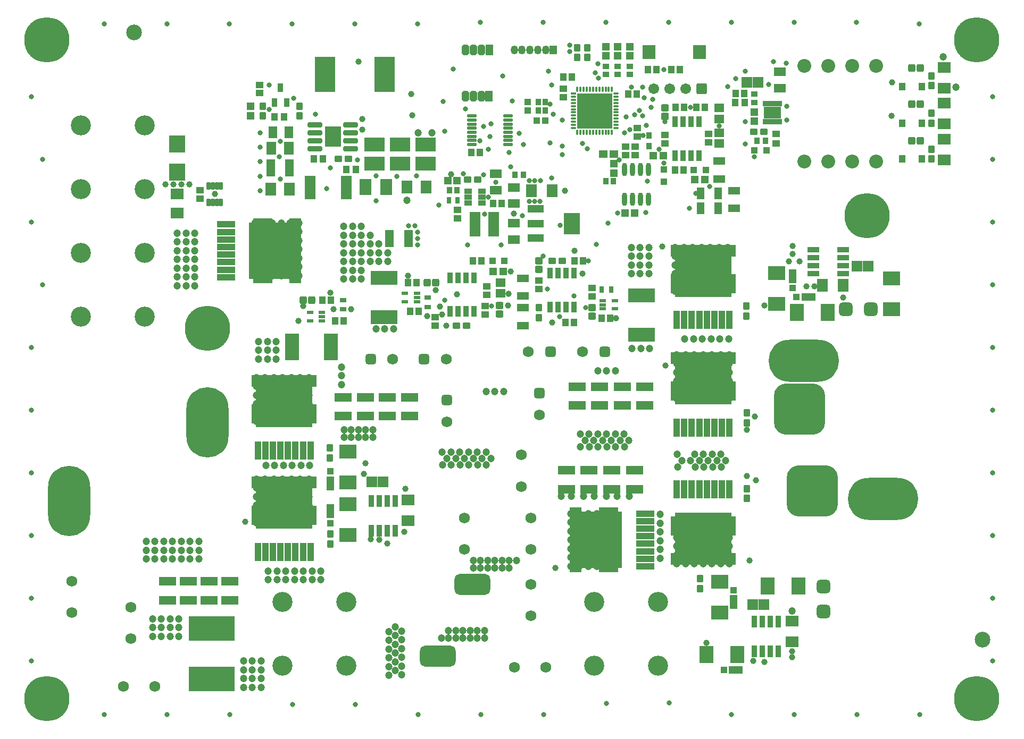
<source format=gts>
G04*
G04 #@! TF.GenerationSoftware,Altium Limited,CircuitMaker,2.2.1 (2.2.1.6)*
G04*
G04 Layer_Color=20142*
%FSLAX44Y44*%
%MOMM*%
G71*
G04*
G04 #@! TF.SameCoordinates,19C9E3CA-E082-4F8C-9F67-3D0F94DA41C6*
G04*
G04*
G04 #@! TF.FilePolarity,Negative*
G04*
G01*
G75*
%ADD107C,1.0000*%
%ADD113R,3.1000X10.4000*%
%ADD114R,1.8500X10.4000*%
%ADD115R,10.4000X3.1000*%
%ADD116R,10.4000X1.8500*%
%ADD117C,2.5000*%
G04:AMPARAMS|DCode=118|XSize=5.7032mm|YSize=3.4032mm|CornerRadius=0.9016mm|HoleSize=0mm|Usage=FLASHONLY|Rotation=0.000|XOffset=0mm|YOffset=0mm|HoleType=Round|Shape=RoundedRectangle|*
%AMROUNDEDRECTD118*
21,1,5.7032,1.6000,0,0,0.0*
21,1,3.9000,3.4032,0,0,0.0*
1,1,1.8032,1.9500,-0.8000*
1,1,1.8032,-1.9500,-0.8000*
1,1,1.8032,-1.9500,0.8000*
1,1,1.8032,1.9500,0.8000*
%
%ADD118ROUNDEDRECTD118*%
%ADD119R,1.1032X1.1032*%
%ADD120R,1.2032X1.1532*%
%ADD121R,1.0032X1.2032*%
G04:AMPARAMS|DCode=122|XSize=1.1684mm|YSize=0.9906mm|CornerRadius=0.1803mm|HoleSize=0mm|Usage=FLASHONLY|Rotation=90.000|XOffset=0mm|YOffset=0mm|HoleType=Round|Shape=RoundedRectangle|*
%AMROUNDEDRECTD122*
21,1,1.1684,0.6299,0,0,90.0*
21,1,0.8077,0.9906,0,0,90.0*
1,1,0.3607,0.3150,0.4039*
1,1,0.3607,0.3150,-0.4039*
1,1,0.3607,-0.3150,-0.4039*
1,1,0.3607,-0.3150,0.4039*
%
%ADD122ROUNDEDRECTD122*%
%ADD123R,1.1532X1.2032*%
%ADD124R,1.2532X1.1032*%
%ADD125R,0.9032X1.4032*%
G04:AMPARAMS|DCode=126|XSize=0.8032mm|YSize=2.4032mm|CornerRadius=0.2516mm|HoleSize=0mm|Usage=FLASHONLY|Rotation=90.000|XOffset=0mm|YOffset=0mm|HoleType=Round|Shape=RoundedRectangle|*
%AMROUNDEDRECTD126*
21,1,0.8032,1.9000,0,0,90.0*
21,1,0.3000,2.4032,0,0,90.0*
1,1,0.5032,0.9500,0.1500*
1,1,0.5032,0.9500,-0.1500*
1,1,0.5032,-0.9500,-0.1500*
1,1,0.5032,-0.9500,0.1500*
%
%ADD126ROUNDEDRECTD126*%
%ADD127R,2.6032X3.3032*%
%ADD128R,3.2032X5.7032*%
%ADD129R,1.8532X2.5032*%
%ADD130R,1.7032X2.1032*%
%ADD131R,3.2004X2.2860*%
%ADD132R,1.1032X1.3032*%
G04:AMPARAMS|DCode=133|XSize=1.1684mm|YSize=0.9906mm|CornerRadius=0.1803mm|HoleSize=0mm|Usage=FLASHONLY|Rotation=0.000|XOffset=0mm|YOffset=0mm|HoleType=Round|Shape=RoundedRectangle|*
%AMROUNDEDRECTD133*
21,1,1.1684,0.6299,0,0,0.0*
21,1,0.8077,0.9906,0,0,0.0*
1,1,0.3607,0.4039,-0.3150*
1,1,0.3607,-0.4039,-0.3150*
1,1,0.3607,-0.4039,0.3150*
1,1,0.3607,0.4039,0.3150*
%
%ADD133ROUNDEDRECTD133*%
%ADD134R,1.3532X1.9032*%
%ADD135R,1.5032X2.0032*%
%ADD136R,1.4032X2.7032*%
%ADD137R,1.8032X3.7532*%
G04:AMPARAMS|DCode=138|XSize=0.6532mm|YSize=1.2532mm|CornerRadius=0.1241mm|HoleSize=0mm|Usage=FLASHONLY|Rotation=0.000|XOffset=0mm|YOffset=0mm|HoleType=Round|Shape=RoundedRectangle|*
%AMROUNDEDRECTD138*
21,1,0.6532,1.0050,0,0,0.0*
21,1,0.4050,1.2532,0,0,0.0*
1,1,0.2482,0.2025,-0.5025*
1,1,0.2482,-0.2025,-0.5025*
1,1,0.2482,-0.2025,0.5025*
1,1,0.2482,0.2025,0.5025*
%
%ADD138ROUNDEDRECTD138*%
%ADD139R,1.2032X1.1032*%
%ADD140R,2.5032X2.7032*%
G04:AMPARAMS|DCode=141|XSize=1.2532mm|YSize=1.1032mm|CornerRadius=0.1916mm|HoleSize=0mm|Usage=FLASHONLY|Rotation=180.000|XOffset=0mm|YOffset=0mm|HoleType=Round|Shape=RoundedRectangle|*
%AMROUNDEDRECTD141*
21,1,1.2532,0.7200,0,0,180.0*
21,1,0.8700,1.1032,0,0,180.0*
1,1,0.3832,-0.4350,0.3600*
1,1,0.3832,0.4350,0.3600*
1,1,0.3832,0.4350,-0.3600*
1,1,0.3832,-0.4350,-0.3600*
%
%ADD141ROUNDEDRECTD141*%
%ADD142R,1.1032X1.2032*%
%ADD143R,0.8032X1.1032*%
%ADD144R,1.0532X0.6032*%
%ADD145R,0.8128X1.7526*%
%ADD146R,1.9032X1.2532*%
%ADD147R,1.5532X1.4032*%
%ADD148R,1.1032X1.2532*%
%ADD149R,1.1032X0.8032*%
G04:AMPARAMS|DCode=150|XSize=1.2532mm|YSize=1.1032mm|CornerRadius=0.1916mm|HoleSize=0mm|Usage=FLASHONLY|Rotation=90.000|XOffset=0mm|YOffset=0mm|HoleType=Round|Shape=RoundedRectangle|*
%AMROUNDEDRECTD150*
21,1,1.2532,0.7200,0,0,90.0*
21,1,0.8700,1.1032,0,0,90.0*
1,1,0.3832,0.3600,0.4350*
1,1,0.3832,0.3600,-0.4350*
1,1,0.3832,-0.3600,-0.4350*
1,1,0.3832,-0.3600,0.4350*
%
%ADD150ROUNDEDRECTD150*%
%ADD151R,0.9532X1.0532*%
%ADD152R,0.9032X1.0032*%
%ADD153R,1.0532X1.1032*%
%ADD154R,1.1032X1.0532*%
%ADD155R,1.2532X1.1532*%
%ADD156R,1.1032X0.9032*%
%ADD157R,0.9032X1.1032*%
%ADD158R,1.9532X1.4032*%
%ADD159R,1.2032X0.9032*%
%ADD160R,1.1532X1.2532*%
%ADD161R,0.8032X1.0032*%
%ADD162R,1.8032X3.9032*%
%ADD163R,2.6032X1.2032*%
%ADD164R,2.6032X3.5032*%
%ADD165R,0.9032X1.0532*%
%ADD166R,1.1532X1.0532*%
%ADD167O,0.8032X2.1032*%
%ADD168R,1.2032X1.2532*%
%ADD169R,1.2532X1.2032*%
%ADD170R,1.1032X1.1032*%
%ADD171R,1.2532X1.9032*%
%ADD172R,2.1032X2.2032*%
%ADD173R,1.3032X1.1032*%
%ADD174R,2.7032X1.9032*%
%ADD175R,0.5032X0.8532*%
%ADD176R,1.7032X1.7532*%
%ADD177R,4.2032X2.3032*%
%ADD178R,2.3032X4.2032*%
%ADD179R,2.7032X1.4032*%
%ADD180R,2.8032X2.3032*%
%ADD181R,2.1032X1.7032*%
%ADD182R,0.9232X1.9832*%
%ADD183R,1.0032X1.0032*%
%ADD184R,1.3032X2.2032*%
%ADD185R,7.4032X3.9032*%
%ADD186R,2.3032X2.8032*%
%ADD187R,2.2032X1.3032*%
%ADD188R,1.0032X1.0032*%
G04:AMPARAMS|DCode=189|XSize=2.2032mm|YSize=2.2032mm|CornerRadius=0.6016mm|HoleSize=0mm|Usage=FLASHONLY|Rotation=180.000|XOffset=0mm|YOffset=0mm|HoleType=Round|Shape=RoundedRectangle|*
%AMROUNDEDRECTD189*
21,1,2.2032,1.0000,0,0,180.0*
21,1,1.0000,2.2032,0,0,180.0*
1,1,1.2032,-0.5000,0.5000*
1,1,1.2032,0.5000,0.5000*
1,1,1.2032,0.5000,-0.5000*
1,1,1.2032,-0.5000,-0.5000*
%
%ADD189ROUNDEDRECTD189*%
%ADD190R,1.9832X0.9232*%
G04:AMPARAMS|DCode=191|XSize=2.2032mm|YSize=2.2032mm|CornerRadius=0.6016mm|HoleSize=0mm|Usage=FLASHONLY|Rotation=90.000|XOffset=0mm|YOffset=0mm|HoleType=Round|Shape=RoundedRectangle|*
%AMROUNDEDRECTD191*
21,1,2.2032,1.0000,0,0,90.0*
21,1,1.0000,2.2032,0,0,90.0*
1,1,1.2032,0.5000,0.5000*
1,1,1.2032,0.5000,-0.5000*
1,1,1.2032,-0.5000,-0.5000*
1,1,1.2032,-0.5000,0.5000*
%
%ADD191ROUNDEDRECTD191*%
%ADD192R,1.1032X1.1532*%
%ADD193R,1.4532X1.3032*%
%ADD194O,0.9000X0.3500*%
%ADD195O,0.3500X0.9000*%
%ADD196R,0.9000X0.3500*%
%ADD197R,5.7000X5.7000*%
%ADD198R,3.0000X1.0000*%
%ADD199R,8.3000X9.1000*%
%ADD200R,1.0000X3.0000*%
%ADD201R,9.1000X8.3000*%
G04:AMPARAMS|DCode=202|XSize=0.46mm|YSize=1.56mm|CornerRadius=0.13mm|HoleSize=0mm|Usage=FLASHONLY|Rotation=270.000|XOffset=0mm|YOffset=0mm|HoleType=Round|Shape=RoundedRectangle|*
%AMROUNDEDRECTD202*
21,1,0.4600,1.3000,0,0,270.0*
21,1,0.2000,1.5600,0,0,270.0*
1,1,0.2600,-0.6500,-0.1000*
1,1,0.2600,-0.6500,0.1000*
1,1,0.2600,0.6500,0.1000*
1,1,0.2600,0.6500,-0.1000*
%
%ADD202ROUNDEDRECTD202*%
G04:AMPARAMS|DCode=203|XSize=1.7272mm|YSize=1.7272mm|CornerRadius=0.4826mm|HoleSize=0mm|Usage=FLASHONLY|Rotation=180.000|XOffset=0mm|YOffset=0mm|HoleType=Round|Shape=RoundedRectangle|*
%AMROUNDEDRECTD203*
21,1,1.7272,0.7620,0,0,180.0*
21,1,0.7620,1.7272,0,0,180.0*
1,1,0.9652,-0.3810,0.3810*
1,1,0.9652,0.3810,0.3810*
1,1,0.9652,0.3810,-0.3810*
1,1,0.9652,-0.3810,-0.3810*
%
%ADD203ROUNDEDRECTD203*%
%ADD204C,1.7272*%
G04:AMPARAMS|DCode=205|XSize=1.7272mm|YSize=1.7272mm|CornerRadius=0.4826mm|HoleSize=0mm|Usage=FLASHONLY|Rotation=270.000|XOffset=0mm|YOffset=0mm|HoleType=Round|Shape=RoundedRectangle|*
%AMROUNDEDRECTD205*
21,1,1.7272,0.7620,0,0,270.0*
21,1,0.7620,1.7272,0,0,270.0*
1,1,0.9652,-0.3810,-0.3810*
1,1,0.9652,-0.3810,0.3810*
1,1,0.9652,0.3810,0.3810*
1,1,0.9652,0.3810,-0.3810*
%
%ADD205ROUNDEDRECTD205*%
%ADD206C,2.2032*%
%ADD207R,1.1532X1.7032*%
G04:AMPARAMS|DCode=208|XSize=1.7032mm|YSize=1.1532mm|CornerRadius=0mm|HoleSize=0mm|Usage=FLASHONLY|Rotation=270.000|XOffset=0mm|YOffset=0mm|HoleType=Round|Shape=Octagon|*
%AMOCTAGOND208*
4,1,8,-0.2883,-0.8516,0.2883,-0.8516,0.5766,-0.5633,0.5766,0.5633,0.2883,0.8516,-0.2883,0.8516,-0.5766,0.5633,-0.5766,-0.5633,-0.2883,-0.8516,0.0*
%
%ADD208OCTAGOND208*%

%ADD209O,1.1532X1.4032*%
%ADD210R,1.1532X1.4032*%
%ADD211C,3.2032*%
%ADD212C,7.2032*%
G04:AMPARAMS|DCode=213|XSize=8.2032mm|YSize=8.2032mm|CornerRadius=2.1016mm|HoleSize=0mm|Usage=FLASHONLY|Rotation=270.000|XOffset=0mm|YOffset=0mm|HoleType=Round|Shape=RoundedRectangle|*
%AMROUNDEDRECTD213*
21,1,8.2032,4.0000,0,0,270.0*
21,1,4.0000,8.2032,0,0,270.0*
1,1,4.2032,-2.0000,-2.0000*
1,1,4.2032,-2.0000,2.0000*
1,1,4.2032,2.0000,2.0000*
1,1,4.2032,2.0000,-2.0000*
%
%ADD213ROUNDEDRECTD213*%
%ADD214O,11.2032X6.7032*%
%ADD215O,6.7032X11.2032*%
%ADD216C,1.7032*%
G04:AMPARAMS|DCode=217|XSize=1.7032mm|YSize=1.7032mm|CornerRadius=0.2516mm|HoleSize=0mm|Usage=FLASHONLY|Rotation=180.000|XOffset=0mm|YOffset=0mm|HoleType=Round|Shape=RoundedRectangle|*
%AMROUNDEDRECTD217*
21,1,1.7032,1.2000,0,0,180.0*
21,1,1.2000,1.7032,0,0,180.0*
1,1,0.5032,-0.6000,0.6000*
1,1,0.5032,0.6000,0.6000*
1,1,0.5032,0.6000,-0.6000*
1,1,0.5032,-0.6000,-0.6000*
%
%ADD217ROUNDEDRECTD217*%
%ADD218C,0.7032*%
%ADD219C,0.8032*%
%ADD220C,1.0032*%
%ADD221C,1.2032*%
D107*
X410210Y562610D02*
D03*
X720090Y905510D02*
D03*
X730250Y875030D02*
D03*
X551330Y900476D02*
D03*
X934720Y994410D02*
D03*
X899160Y880110D02*
D03*
X495300Y882650D02*
D03*
X947420Y957580D02*
D03*
X904240Y488950D02*
D03*
X1074420Y1000760D02*
D03*
X1212850Y500380D02*
D03*
X1079500Y811530D02*
D03*
D113*
X438030Y993930D02*
D03*
X988510Y533180D02*
D03*
D114*
X490269Y993924D02*
D03*
X936251Y533164D02*
D03*
D115*
X472440Y572650D02*
D03*
X472440Y734380D02*
D03*
X1139190Y770440D02*
D03*
X1139190Y941890D02*
D03*
Y555440D02*
D03*
D116*
X472448Y624891D02*
D03*
X472447Y786620D02*
D03*
X1139189Y822697D02*
D03*
X1139219Y994138D02*
D03*
X1139182Y503196D02*
D03*
D117*
X1583690Y374650D02*
D03*
X233680Y1342390D02*
D03*
D118*
X772160Y462280D02*
D03*
X716660Y348280D02*
D03*
D119*
X803910Y977900D02*
D03*
X822910D02*
D03*
X1124610Y1122680D02*
D03*
X1143610D02*
D03*
X1240130Y1154430D02*
D03*
X1221130D02*
D03*
D120*
X804800Y961390D02*
D03*
X820800D02*
D03*
X1126110Y1107440D02*
D03*
X1142110D02*
D03*
X1060070Y1145540D02*
D03*
X1076070D02*
D03*
D121*
X457320Y1207770D02*
D03*
X472320D02*
D03*
X534050Y1140460D02*
D03*
X520050D02*
D03*
D122*
X438150Y1208659D02*
D03*
Y1224661D02*
D03*
X496570D02*
D03*
Y1208659D02*
D03*
X877570Y903351D02*
D03*
Y887349D02*
D03*
X938410Y1301839D02*
D03*
Y1317841D02*
D03*
X954920D02*
D03*
Y1301839D02*
D03*
X546100Y542671D02*
D03*
Y526669D02*
D03*
X544830Y679831D02*
D03*
Y663829D02*
D03*
X1134110Y455549D02*
D03*
Y471551D02*
D03*
X1209040Y599059D02*
D03*
Y615061D02*
D03*
Y719709D02*
D03*
Y735711D02*
D03*
X1207770Y889889D02*
D03*
Y905891D02*
D03*
X1502410Y1197610D02*
D03*
Y1213612D02*
D03*
Y1140079D02*
D03*
Y1156081D02*
D03*
Y1256919D02*
D03*
Y1272921D02*
D03*
D123*
X419100Y1208660D02*
D03*
Y1224660D02*
D03*
D124*
X433070Y1245070D02*
D03*
Y1258570D02*
D03*
X962430Y935120D02*
D03*
Y921620D02*
D03*
X1078230Y1178960D02*
D03*
Y1165460D02*
D03*
D125*
X457250Y1230630D02*
D03*
X476250D02*
D03*
X466750Y1253630D02*
D03*
D126*
X578410Y1156970D02*
D03*
Y1169670D02*
D03*
Y1182370D02*
D03*
Y1195070D02*
D03*
X521410Y1156970D02*
D03*
Y1169670D02*
D03*
Y1182370D02*
D03*
Y1195070D02*
D03*
D127*
X549910Y1176020D02*
D03*
D128*
X632210Y1275080D02*
D03*
X537210D02*
D03*
D129*
X601990Y1096010D02*
D03*
X634990D02*
D03*
D130*
X668020D02*
D03*
X698020D02*
D03*
X481090Y1092200D02*
D03*
X451090D02*
D03*
X866140Y1089660D02*
D03*
X899160D02*
D03*
X1329400Y938820D02*
D03*
X1362420D02*
D03*
D131*
X697230Y1163574D02*
D03*
Y1132586D02*
D03*
X656590Y1163574D02*
D03*
Y1132586D02*
D03*
X615950Y1163574D02*
D03*
Y1132586D02*
D03*
D132*
X586620Y1123950D02*
D03*
X571620D02*
D03*
X1205110Y1230630D02*
D03*
X1190110D02*
D03*
D133*
X558419Y1140460D02*
D03*
X574421D02*
D03*
X914781Y977900D02*
D03*
X898779D02*
D03*
X762381Y875030D02*
D03*
X746379D02*
D03*
X1220012Y1183595D02*
D03*
X1236014D02*
D03*
X764159Y1107440D02*
D03*
X780161D02*
D03*
D134*
X454610Y1182450D02*
D03*
X480110D02*
D03*
D135*
X480090Y1157050D02*
D03*
X452090D02*
D03*
D136*
X451090Y1126490D02*
D03*
X481090D02*
D03*
X640320Y1013460D02*
D03*
X670320D02*
D03*
D137*
X571040Y1094740D02*
D03*
X513540D02*
D03*
D138*
X371820Y1097670D02*
D03*
X365320D02*
D03*
X358820D02*
D03*
X352320D02*
D03*
Y1071470D02*
D03*
X358820D02*
D03*
X365320D02*
D03*
X371820D02*
D03*
D139*
X338213Y1077176D02*
D03*
Y1090676D02*
D03*
X795020Y937660D02*
D03*
Y924160D02*
D03*
X792480Y905910D02*
D03*
Y892410D02*
D03*
X712470Y888130D02*
D03*
Y874630D02*
D03*
X916940Y1252620D02*
D03*
Y1239120D02*
D03*
X748030Y1059580D02*
D03*
Y1046080D02*
D03*
X1016000Y1159910D02*
D03*
Y1146410D02*
D03*
X1148080Y1180230D02*
D03*
Y1166730D02*
D03*
X1034136Y1189317D02*
D03*
Y1175817D02*
D03*
X877570Y933050D02*
D03*
Y946550D02*
D03*
D140*
X302260Y1163830D02*
D03*
Y1119630D02*
D03*
D141*
X877570Y964800D02*
D03*
Y978300D02*
D03*
X962660Y889640D02*
D03*
Y903140D02*
D03*
X815340Y907180D02*
D03*
Y893680D02*
D03*
X1078230Y1221740D02*
D03*
Y1208240D02*
D03*
D142*
X934320Y977900D02*
D03*
X947820D02*
D03*
X977500Y886460D02*
D03*
X991000D02*
D03*
X933850Y880110D02*
D03*
X920350D02*
D03*
X683344Y943158D02*
D03*
X669844D02*
D03*
X533000Y915670D02*
D03*
X546500D02*
D03*
X770490Y1150620D02*
D03*
X783990D02*
D03*
X1020402Y1244133D02*
D03*
X1033902D02*
D03*
X916540Y1271270D02*
D03*
X930040D02*
D03*
X818280Y1069340D02*
D03*
X804780D02*
D03*
X1095610Y1223010D02*
D03*
X1109110D02*
D03*
X1128630D02*
D03*
X1142130D02*
D03*
X1088550Y1282370D02*
D03*
X1102050D02*
D03*
X1190860Y1244600D02*
D03*
X1204360D02*
D03*
D143*
X978020Y932180D02*
D03*
X993020D02*
D03*
D144*
X998600Y914550D02*
D03*
Y901550D02*
D03*
X979600D02*
D03*
Y908050D02*
D03*
Y914550D02*
D03*
X683870Y912980D02*
D03*
Y919480D02*
D03*
Y925980D02*
D03*
X664870D02*
D03*
Y912980D02*
D03*
X513740Y882500D02*
D03*
Y895500D02*
D03*
X532740D02*
D03*
Y889000D02*
D03*
Y882500D02*
D03*
D145*
X895350Y904160D02*
D03*
X908050D02*
D03*
X920750D02*
D03*
X933450D02*
D03*
X895350Y958262D02*
D03*
X908050D02*
D03*
X920750D02*
D03*
X933450D02*
D03*
X774700Y951230D02*
D03*
X762000D02*
D03*
X749300D02*
D03*
X736600D02*
D03*
X774700Y897128D02*
D03*
X762000D02*
D03*
X749300D02*
D03*
X736600D02*
D03*
X1094740Y1145540D02*
D03*
X1107440D02*
D03*
X1120140D02*
D03*
X1132840D02*
D03*
X1094740Y1199642D02*
D03*
X1107440D02*
D03*
X1120140D02*
D03*
X1132840D02*
D03*
D146*
X852170Y874750D02*
D03*
Y903250D02*
D03*
Y921740D02*
D03*
Y950240D02*
D03*
X1164590Y1136930D02*
D03*
Y1108430D02*
D03*
X1188720Y1089860D02*
D03*
Y1061360D02*
D03*
D147*
X816610Y926220D02*
D03*
Y943220D02*
D03*
X1164590Y1204350D02*
D03*
Y1221350D02*
D03*
Y1181980D02*
D03*
Y1164980D02*
D03*
D148*
X773030Y977900D02*
D03*
X786530D02*
D03*
X673100Y897890D02*
D03*
X686600D02*
D03*
X566820Y882650D02*
D03*
X553320D02*
D03*
X1107840Y1122680D02*
D03*
X1094340D02*
D03*
X1051720Y1282370D02*
D03*
X1065220D02*
D03*
D149*
X701040Y919360D02*
D03*
Y904360D02*
D03*
X566420Y900550D02*
D03*
Y915550D02*
D03*
D150*
X700274Y943231D02*
D03*
X713774D02*
D03*
X516020Y915670D02*
D03*
X502520D02*
D03*
X1485030Y1169670D02*
D03*
X1471530D02*
D03*
X1485030Y1228090D02*
D03*
X1471530D02*
D03*
X1485030Y1285240D02*
D03*
X1471530D02*
D03*
D151*
X877400Y1217530D02*
D03*
X735680Y1090930D02*
D03*
X747680D02*
D03*
D152*
X877400Y1231030D02*
D03*
X887900Y1217530D02*
D03*
Y1231030D02*
D03*
D153*
X874880Y1201420D02*
D03*
X887880D02*
D03*
D154*
X859790Y1217780D02*
D03*
Y1230780D02*
D03*
D155*
X1003300Y1304660D02*
D03*
Y1319160D02*
D03*
X1022350Y1304660D02*
D03*
Y1319160D02*
D03*
X984250D02*
D03*
Y1304660D02*
D03*
D156*
Y1274930D02*
D03*
Y1287930D02*
D03*
X1003300Y1274930D02*
D03*
Y1287930D02*
D03*
X1022350Y1274930D02*
D03*
Y1287930D02*
D03*
X1220470Y1243480D02*
D03*
Y1230480D02*
D03*
D157*
X853440Y1115060D02*
D03*
X839440D02*
D03*
X1225400Y1169670D02*
D03*
X1238400D02*
D03*
D158*
X808990Y1116630D02*
D03*
Y1090630D02*
D03*
X838200Y1095040D02*
D03*
Y1069040D02*
D03*
Y1037890D02*
D03*
Y1011890D02*
D03*
X1261110Y1253190D02*
D03*
Y1279190D02*
D03*
D159*
X764970Y1070000D02*
D03*
Y1079500D02*
D03*
Y1089000D02*
D03*
X786970D02*
D03*
Y1079500D02*
D03*
Y1070000D02*
D03*
D160*
X733410Y1106170D02*
D03*
X747410D02*
D03*
D161*
X748180Y1074420D02*
D03*
X735180D02*
D03*
D162*
X806210Y1036320D02*
D03*
X776210D02*
D03*
D163*
X872700Y1060590D02*
D03*
Y1037590D02*
D03*
Y1014590D02*
D03*
D164*
X930700Y1037590D02*
D03*
D165*
X1052919Y1177490D02*
D03*
Y1160990D02*
D03*
X984850Y1104900D02*
D03*
X996350D02*
D03*
D166*
X1031240Y1159910D02*
D03*
Y1146410D02*
D03*
D167*
X1052070Y1123230D02*
D03*
X1039370D02*
D03*
X1026670D02*
D03*
X1013970D02*
D03*
X1052070Y1076230D02*
D03*
X1039370D02*
D03*
X1026670D02*
D03*
X1013970D02*
D03*
D168*
X996950Y1132720D02*
D03*
Y1117720D02*
D03*
X1220470Y1200270D02*
D03*
Y1215270D02*
D03*
D169*
X1029850Y1054100D02*
D03*
X1014850D02*
D03*
D170*
X1076960Y1123290D02*
D03*
Y1104290D02*
D03*
D171*
X1163600Y1085850D02*
D03*
X1135100D02*
D03*
X1163600Y1061720D02*
D03*
X1135100D02*
D03*
D172*
X1133470Y1310640D02*
D03*
X1053470D02*
D03*
D173*
X1255203Y1180365D02*
D03*
Y1165365D02*
D03*
D174*
X1249680Y1214120D02*
D03*
D175*
X1247180Y1228870D02*
D03*
X1242180D02*
D03*
X1237180D02*
D03*
X1252180D02*
D03*
X1257180D02*
D03*
X1262180D02*
D03*
Y1199370D02*
D03*
X1257180D02*
D03*
X1252180D02*
D03*
X1237180D02*
D03*
X1242180D02*
D03*
X1247180D02*
D03*
D176*
X1208930Y1262380D02*
D03*
X1226930D02*
D03*
X630030Y626110D02*
D03*
X612030D02*
D03*
X1236110Y430240D02*
D03*
X1218110D02*
D03*
X1383900Y969300D02*
D03*
X1401900D02*
D03*
D177*
X1041400Y860540D02*
D03*
Y922540D02*
D03*
X631190Y888480D02*
D03*
Y950480D02*
D03*
D178*
X484620Y840740D02*
D03*
X546620D02*
D03*
D179*
X671860Y760490D02*
D03*
Y730490D02*
D03*
X636723Y760490D02*
D03*
Y730490D02*
D03*
X601587Y760490D02*
D03*
Y730490D02*
D03*
X566450Y760490D02*
D03*
Y730490D02*
D03*
X921510Y644030D02*
D03*
Y614030D02*
D03*
X957677Y644030D02*
D03*
Y614030D02*
D03*
X993843Y644030D02*
D03*
Y614030D02*
D03*
X1030010Y644030D02*
D03*
Y614030D02*
D03*
X1046530Y747650D02*
D03*
Y777650D02*
D03*
X1010493Y747650D02*
D03*
Y777650D02*
D03*
X974457Y747650D02*
D03*
Y777650D02*
D03*
X938420Y747650D02*
D03*
Y777650D02*
D03*
X287020Y467120D02*
D03*
Y437120D02*
D03*
X320040Y467120D02*
D03*
Y437120D02*
D03*
X353060Y467120D02*
D03*
Y437120D02*
D03*
X386080Y467120D02*
D03*
Y437120D02*
D03*
D180*
X574040Y673840D02*
D03*
Y624840D02*
D03*
Y541020D02*
D03*
Y590020D02*
D03*
X1165860Y466830D02*
D03*
Y417830D02*
D03*
X1438910Y900960D02*
D03*
Y949960D02*
D03*
X1256447Y958762D02*
D03*
Y909762D02*
D03*
D181*
X669290Y563880D02*
D03*
Y596900D02*
D03*
X1280450Y370550D02*
D03*
Y403570D02*
D03*
X1522730Y1139190D02*
D03*
Y1172210D02*
D03*
Y1196340D02*
D03*
Y1229360D02*
D03*
Y1253490D02*
D03*
Y1286510D02*
D03*
X302260Y1084340D02*
D03*
Y1054340D02*
D03*
D182*
X610870Y548000D02*
D03*
Y595178D02*
D03*
X623570D02*
D03*
X636270D02*
D03*
X648970D02*
D03*
Y548000D02*
D03*
X636270D02*
D03*
X623570D02*
D03*
X1220760Y355940D02*
D03*
Y403118D02*
D03*
X1233460D02*
D03*
X1246160D02*
D03*
X1258860D02*
D03*
Y355940D02*
D03*
X1246160D02*
D03*
X1233460D02*
D03*
D183*
X546100Y560070D02*
D03*
Y642570D02*
D03*
X1187450Y453390D02*
D03*
X1281430Y934720D02*
D03*
D184*
X546100Y579070D02*
D03*
Y623570D02*
D03*
X1187450Y434390D02*
D03*
X1281430Y953720D02*
D03*
D185*
X356870Y392430D02*
D03*
Y311430D02*
D03*
D186*
X1144800Y350520D02*
D03*
X1193800D02*
D03*
X1291060Y459740D02*
D03*
X1242060D02*
D03*
X1337633Y896178D02*
D03*
X1288633D02*
D03*
D187*
X1191210Y326390D02*
D03*
X1306780Y920750D02*
D03*
D188*
X1172210Y326390D02*
D03*
X1287780Y920750D02*
D03*
D189*
X1330670Y459130D02*
D03*
Y419130D02*
D03*
D190*
X1314790Y995970D02*
D03*
X1361968D02*
D03*
Y983270D02*
D03*
Y970570D02*
D03*
Y957870D02*
D03*
X1314790D02*
D03*
Y970570D02*
D03*
Y983270D02*
D03*
D191*
X1406550Y900720D02*
D03*
X1366550D02*
D03*
D192*
X1456180Y1197610D02*
D03*
X1487680D02*
D03*
X1456180Y1140460D02*
D03*
X1487680D02*
D03*
X1456180Y1256030D02*
D03*
X1487680D02*
D03*
D193*
X979960Y1148325D02*
D03*
X996960D02*
D03*
D194*
X932640Y1189590D02*
D03*
Y1214590D02*
D03*
Y1209590D02*
D03*
Y1204590D02*
D03*
Y1199590D02*
D03*
Y1234590D02*
D03*
Y1229590D02*
D03*
Y1224590D02*
D03*
Y1219590D02*
D03*
X1000640Y1189590D02*
D03*
Y1199590D02*
D03*
Y1204590D02*
D03*
Y1209590D02*
D03*
Y1214590D02*
D03*
Y1219590D02*
D03*
Y1224590D02*
D03*
Y1229590D02*
D03*
Y1234590D02*
D03*
Y1244590D02*
D03*
X932640Y1194590D02*
D03*
Y1239590D02*
D03*
X1000640Y1194590D02*
D03*
Y1239590D02*
D03*
D195*
X939140Y1183090D02*
D03*
Y1251090D02*
D03*
X949140Y1183090D02*
D03*
X954140D02*
D03*
X959140D02*
D03*
X964140D02*
D03*
Y1251090D02*
D03*
X959140D02*
D03*
X954140D02*
D03*
X949140D02*
D03*
X969140Y1183090D02*
D03*
X974140D02*
D03*
X979140D02*
D03*
X984140D02*
D03*
Y1251090D02*
D03*
X979140D02*
D03*
X974140D02*
D03*
X969140D02*
D03*
X994140Y1183090D02*
D03*
Y1251090D02*
D03*
X944140Y1183090D02*
D03*
Y1251090D02*
D03*
X989140Y1183090D02*
D03*
Y1251090D02*
D03*
D196*
X932640Y1244590D02*
D03*
D197*
X966640Y1217090D02*
D03*
D198*
X379730Y951930D02*
D03*
Y963930D02*
D03*
Y975930D02*
D03*
Y987930D02*
D03*
Y999930D02*
D03*
Y1011930D02*
D03*
Y1023930D02*
D03*
Y1035930D02*
D03*
X1046810Y491180D02*
D03*
Y503180D02*
D03*
Y515180D02*
D03*
Y527180D02*
D03*
Y539180D02*
D03*
Y551180D02*
D03*
Y563180D02*
D03*
Y575180D02*
D03*
D199*
X458030Y993930D02*
D03*
X968510Y533180D02*
D03*
D200*
X514440Y514350D02*
D03*
X502440D02*
D03*
X490440D02*
D03*
X478440D02*
D03*
X466440D02*
D03*
X454440D02*
D03*
X442440D02*
D03*
X430440D02*
D03*
X514440Y676080D02*
D03*
X502440D02*
D03*
X490440D02*
D03*
X478440D02*
D03*
X466440D02*
D03*
X454440D02*
D03*
X442440D02*
D03*
X430440D02*
D03*
X1181190Y712140D02*
D03*
X1169190D02*
D03*
X1157190D02*
D03*
X1145190D02*
D03*
X1133190D02*
D03*
X1121190D02*
D03*
X1109190D02*
D03*
X1097190D02*
D03*
X1181190Y883590D02*
D03*
X1169190D02*
D03*
X1157190D02*
D03*
X1145190D02*
D03*
X1133190D02*
D03*
X1121190D02*
D03*
X1109190D02*
D03*
X1097190D02*
D03*
X1181190Y613740D02*
D03*
X1169190D02*
D03*
X1157190D02*
D03*
X1145190D02*
D03*
X1133190D02*
D03*
X1121190D02*
D03*
X1109190D02*
D03*
X1097190D02*
D03*
D201*
X472440Y592650D02*
D03*
Y754380D02*
D03*
X1139190Y790440D02*
D03*
Y961890D02*
D03*
Y535440D02*
D03*
D202*
X829100Y1163430D02*
D03*
Y1169930D02*
D03*
Y1176430D02*
D03*
Y1182930D02*
D03*
Y1189430D02*
D03*
Y1195930D02*
D03*
Y1202430D02*
D03*
X771100D02*
D03*
Y1195930D02*
D03*
Y1189430D02*
D03*
Y1182930D02*
D03*
Y1176430D02*
D03*
Y1169930D02*
D03*
X829100Y1208930D02*
D03*
X771100D02*
D03*
Y1163430D02*
D03*
D203*
X982420Y833120D02*
D03*
X896340D02*
D03*
X695250Y821690D02*
D03*
X610160D02*
D03*
D204*
X947420Y833120D02*
D03*
X861340D02*
D03*
X730250Y821690D02*
D03*
X645160D02*
D03*
X731520Y721360D02*
D03*
X878840Y732080D02*
D03*
X849630Y668490D02*
D03*
Y618490D02*
D03*
X865270Y518560D02*
D03*
Y568560D02*
D03*
X759460Y568160D02*
D03*
Y518160D02*
D03*
X865270Y462515D02*
D03*
Y412515D02*
D03*
X889000Y330200D02*
D03*
X839000D02*
D03*
X228200Y376320D02*
D03*
Y426320D02*
D03*
X266700Y299720D02*
D03*
X216700D02*
D03*
X134220Y467640D02*
D03*
Y417640D02*
D03*
D205*
X731520Y756360D02*
D03*
X878840Y767080D02*
D03*
D206*
X1300480Y1289050D02*
D03*
X1338580D02*
D03*
X1376680D02*
D03*
X1414780D02*
D03*
Y1136650D02*
D03*
X1376680D02*
D03*
X1338580D02*
D03*
X1300480D02*
D03*
D207*
X798630Y1240790D02*
D03*
X798830Y1314450D02*
D03*
D208*
X786130Y1240790D02*
D03*
X773630D02*
D03*
X761130D02*
D03*
X773830Y1314450D02*
D03*
X761330D02*
D03*
X786330D02*
D03*
D209*
X838600D02*
D03*
X851100D02*
D03*
X863600D02*
D03*
X876100D02*
D03*
X888600D02*
D03*
D210*
X901100D02*
D03*
D211*
X250500Y889200D02*
D03*
X148900D02*
D03*
Y990800D02*
D03*
X250500D02*
D03*
Y1092400D02*
D03*
X148900D02*
D03*
Y1194000D02*
D03*
X250500D02*
D03*
X966070Y434200D02*
D03*
Y332600D02*
D03*
X1067670D02*
D03*
Y434200D02*
D03*
X469900D02*
D03*
Y332600D02*
D03*
X571500D02*
D03*
Y434200D02*
D03*
D212*
X1400000Y1050000D02*
D03*
X95000Y1330000D02*
D03*
X1575000Y280000D02*
D03*
Y1330000D02*
D03*
X350000Y870000D02*
D03*
X95000Y280000D02*
D03*
D213*
X1312860Y611680D02*
D03*
X1292860Y741680D02*
D03*
D214*
X1299710Y818660D02*
D03*
X1425710Y598660D02*
D03*
D215*
X130030Y594860D02*
D03*
X350030Y720860D02*
D03*
D216*
X1060530Y1252220D02*
D03*
X1085930D02*
D03*
X1111330D02*
D03*
D217*
X1136730D02*
D03*
D218*
X556410Y1163020D02*
D03*
Y1189020D02*
D03*
Y1176020D02*
D03*
X543410Y1163020D02*
D03*
Y1189020D02*
D03*
Y1176020D02*
D03*
X974690Y1209040D02*
D03*
X958590Y1225140D02*
D03*
X974690D02*
D03*
X958590Y1209040D02*
D03*
D219*
X186494Y254750D02*
D03*
X286316D02*
D03*
X386138D02*
D03*
X485960Y271260D02*
D03*
X685604Y254750D02*
D03*
X585782Y271260D02*
D03*
X1384358Y254750D02*
D03*
X1484180D02*
D03*
X1084892Y273800D02*
D03*
X1184714Y254750D02*
D03*
X1284536D02*
D03*
X985070Y272530D02*
D03*
X885248Y254750D02*
D03*
X785426D02*
D03*
X1600250Y440604D02*
D03*
Y340782D02*
D03*
Y540426D02*
D03*
Y640248D02*
D03*
Y740070D02*
D03*
Y1039536D02*
D03*
Y939714D02*
D03*
Y839892D02*
D03*
Y1239180D02*
D03*
Y1139358D02*
D03*
X1383684Y1357790D02*
D03*
X1483506Y1355250D02*
D03*
X1283862Y1357790D02*
D03*
X69750Y340782D02*
D03*
Y440604D02*
D03*
Y540426D02*
D03*
Y640248D02*
D03*
Y740070D02*
D03*
Y1039536D02*
D03*
X87530Y939714D02*
D03*
X69750Y839892D02*
D03*
Y1239180D02*
D03*
X87530Y1139358D02*
D03*
X285642Y1355250D02*
D03*
X185820D02*
D03*
X585108D02*
D03*
X485286D02*
D03*
X385464D02*
D03*
X895452Y1227462D02*
D03*
X797560Y1079500D02*
D03*
X448310Y1219200D02*
D03*
X487680Y1236980D02*
D03*
X521970Y1211580D02*
D03*
X466090Y1168550D02*
D03*
X464820Y1144270D02*
D03*
X466090Y1108710D02*
D03*
X434340Y1089660D02*
D03*
Y1112838D02*
D03*
Y1136015D02*
D03*
Y1159193D02*
D03*
Y1182370D02*
D03*
X684930Y1355250D02*
D03*
X784752Y1357790D02*
D03*
X884574D02*
D03*
X984396D02*
D03*
X1184040D02*
D03*
X1084218D02*
D03*
X1250950Y1295400D02*
D03*
X1271270Y1292860D02*
D03*
X1178560Y1256030D02*
D03*
X1191260Y1268730D02*
D03*
X1206500Y1280160D02*
D03*
X1272540Y1202690D02*
D03*
Y1224280D02*
D03*
X1206500Y1200150D02*
D03*
Y1164590D02*
D03*
X927100Y1322070D02*
D03*
Y1311910D02*
D03*
X820420Y1272540D02*
D03*
X741680Y1283970D02*
D03*
X725611Y1231817D02*
D03*
X727710Y1184910D02*
D03*
X546100Y1126490D02*
D03*
X539750Y1093470D02*
D03*
X652004Y1112265D02*
D03*
X618490Y1113790D02*
D03*
Y1073760D02*
D03*
X683260Y1113790D02*
D03*
X764094Y1003432D02*
D03*
X817880Y1003300D02*
D03*
X911860Y1035050D02*
D03*
X897890Y1109980D02*
D03*
Y1258570D02*
D03*
X892983Y1279924D02*
D03*
X835660Y1233170D02*
D03*
X833120Y1127760D02*
D03*
X830580Y1150620D02*
D03*
X800100Y1176020D02*
D03*
X797560Y1155700D02*
D03*
X1042670Y1254760D02*
D03*
X1078230Y1200150D02*
D03*
X1069340Y1155700D02*
D03*
X1149350Y1096850D02*
D03*
X684530Y1023620D02*
D03*
X680720Y1033780D02*
D03*
X684530Y1003300D02*
D03*
Y1013460D02*
D03*
X670420Y1033812D02*
D03*
X851864Y1049571D02*
D03*
X791388Y1052301D02*
D03*
X808990Y1103630D02*
D03*
X757932Y1117015D02*
D03*
X790142Y1115481D02*
D03*
X589280Y1139190D02*
D03*
X1221130Y1143660D02*
D03*
X1243484Y1259234D02*
D03*
X448310Y1258570D02*
D03*
X1047750Y1055370D02*
D03*
X1005840Y1139190D02*
D03*
X1050290Y1104900D02*
D03*
X1118870Y1223010D02*
D03*
X1164590Y1193165D02*
D03*
X784100Y1169670D02*
D03*
X846810Y1181380D02*
D03*
X972185Y1292225D02*
D03*
X972306Y1268884D02*
D03*
X967740Y1277620D02*
D03*
X789940Y1192530D02*
D03*
X760730Y1220470D02*
D03*
X895350Y1165860D02*
D03*
X801370Y1196340D02*
D03*
X853440Y1163320D02*
D03*
X1059381Y1235589D02*
D03*
X718820Y1066800D02*
D03*
X1056640Y1223010D02*
D03*
X1045210Y1238250D02*
D03*
X1030033Y1210611D02*
D03*
X1038251Y1217728D02*
D03*
X1016420Y1207187D02*
D03*
X1022350Y1187168D02*
D03*
X1013919Y1181860D02*
D03*
X1049020Y1193800D02*
D03*
X1042670Y1209040D02*
D03*
X1003300Y1054100D02*
D03*
X1024755Y1254619D02*
D03*
X1127350Y1085850D02*
D03*
X1076960Y1134110D02*
D03*
X1076885Y1282370D02*
D03*
X1043987Y1177601D02*
D03*
X988133Y1037869D02*
D03*
X955040Y1156335D02*
D03*
X947420Y1164659D02*
D03*
X914690Y1202035D02*
D03*
X901046Y1211585D02*
D03*
X914736Y1160789D02*
D03*
X969010Y1004570D02*
D03*
X914736Y1147216D02*
D03*
X1117600Y1061720D02*
D03*
X956310Y977900D02*
D03*
X884623Y985492D02*
D03*
X910590Y889000D02*
D03*
X933450Y922020D02*
D03*
X891140Y933050D02*
D03*
X802240Y905910D02*
D03*
X727710Y915670D02*
D03*
X879941Y1073150D02*
D03*
X871220D02*
D03*
X862498D02*
D03*
X862667Y1106122D02*
D03*
X871388D02*
D03*
X880110D02*
D03*
X952447Y903099D02*
D03*
D220*
X590694Y1295426D02*
D03*
X597024Y1204389D02*
D03*
X674500Y1243826D02*
D03*
X676019Y1210155D02*
D03*
X362030Y1084580D02*
D03*
X1281430Y1002030D02*
D03*
Y989330D02*
D03*
X1236980Y339090D02*
D03*
X1219200Y340360D02*
D03*
X1144800Y369040D02*
D03*
X919480Y1089660D02*
D03*
X1440180Y1262380D02*
D03*
X1438910Y1209040D02*
D03*
X601980Y655320D02*
D03*
X1236980Y906780D02*
D03*
X1221740Y730250D02*
D03*
X1209040Y708660D02*
D03*
X699755Y889563D02*
D03*
X723900Y892810D02*
D03*
X828910Y907180D02*
D03*
X579000Y900550D02*
D03*
X833120Y961390D02*
D03*
X829310Y925830D02*
D03*
X747145Y924175D02*
D03*
X1000760Y886460D02*
D03*
X713774Y930944D02*
D03*
X669844Y954486D02*
D03*
X502520Y905910D02*
D03*
X546366Y926966D02*
D03*
X599530Y638610D02*
D03*
X838200Y1053465D02*
D03*
X737870Y1116282D02*
D03*
X663308Y546100D02*
D03*
X636638Y527439D02*
D03*
X610478Y533852D02*
D03*
X623938Y533488D02*
D03*
X321310Y1099820D02*
D03*
X308610D02*
D03*
X295910D02*
D03*
X283210D02*
D03*
X1223010Y628650D02*
D03*
X1209040Y635000D02*
D03*
X665480Y614680D02*
D03*
X1280450Y355310D02*
D03*
Y346420D02*
D03*
X1316065Y937550D02*
D03*
X1304000D02*
D03*
X1362420Y919770D02*
D03*
X1292570Y976920D02*
D03*
X1276060D02*
D03*
X596900Y1187450D02*
D03*
D221*
X276860Y379730D02*
D03*
X648970Y339090D02*
D03*
Y353060D02*
D03*
Y381000D02*
D03*
Y394970D02*
D03*
Y325120D02*
D03*
Y367030D02*
D03*
X659218Y360081D02*
D03*
Y318171D02*
D03*
Y388021D02*
D03*
Y374051D02*
D03*
Y346111D02*
D03*
Y332141D02*
D03*
X638810Y359410D02*
D03*
Y317500D02*
D03*
Y387350D02*
D03*
Y373380D02*
D03*
Y345440D02*
D03*
Y331470D02*
D03*
X745490Y662940D02*
D03*
X759460D02*
D03*
X787400D02*
D03*
X801370D02*
D03*
X731520D02*
D03*
X773430D02*
D03*
X766481Y652692D02*
D03*
X724571D02*
D03*
X794421D02*
D03*
X780451D02*
D03*
X752511D02*
D03*
X738541D02*
D03*
X765810Y673100D02*
D03*
X723900D02*
D03*
X793750D02*
D03*
X779780D02*
D03*
X751840D02*
D03*
X737870D02*
D03*
X965200Y692150D02*
D03*
X979170D02*
D03*
X1007110D02*
D03*
X1021080D02*
D03*
X951230D02*
D03*
X993140D02*
D03*
X986191Y681902D02*
D03*
X944281D02*
D03*
X1014131D02*
D03*
X1000161D02*
D03*
X972221D02*
D03*
X958251D02*
D03*
X985520Y702310D02*
D03*
X943610D02*
D03*
X1013460D02*
D03*
X999490D02*
D03*
X971550D02*
D03*
X957580D02*
D03*
X1125878Y670106D02*
D03*
X1153818D02*
D03*
X1167788D02*
D03*
X1097938D02*
D03*
X1139848D02*
D03*
X1126549Y649698D02*
D03*
X1154489D02*
D03*
X1168459D02*
D03*
X1098609D02*
D03*
X1140519D02*
D03*
X595300Y976720D02*
D03*
Y962750D02*
D03*
X609270Y976720D02*
D03*
X595300Y990690D02*
D03*
X609270D02*
D03*
X595300Y1004660D02*
D03*
X609270D02*
D03*
X595300Y1018630D02*
D03*
X609270D02*
D03*
X1541780Y1254760D02*
D03*
X1521460Y1303020D02*
D03*
X1280450Y420080D02*
D03*
X707390Y1182370D02*
D03*
X685800D02*
D03*
X1147468Y659946D02*
D03*
X1105558D02*
D03*
X1175408D02*
D03*
X1161438D02*
D03*
X1133498D02*
D03*
X1119528D02*
D03*
X516890Y483870D02*
D03*
X502920D02*
D03*
X474980D02*
D03*
X461010D02*
D03*
X530860D02*
D03*
X488950D02*
D03*
X447040D02*
D03*
X516890Y469900D02*
D03*
X502920D02*
D03*
X474980D02*
D03*
X530860D02*
D03*
X488950D02*
D03*
X447040D02*
D03*
X461010D02*
D03*
X590550Y708660D02*
D03*
Y697230D02*
D03*
X579120D02*
D03*
X567690D02*
D03*
Y708660D02*
D03*
X511810Y616280D02*
D03*
Y630250D02*
D03*
X497840Y616280D02*
D03*
X483870D02*
D03*
Y630250D02*
D03*
X513300Y652280D02*
D03*
X499330D02*
D03*
X579120Y708660D02*
D03*
X601980D02*
D03*
X613410D02*
D03*
X601980Y697230D02*
D03*
X613410D02*
D03*
X668020Y1074420D02*
D03*
X407670Y326390D02*
D03*
Y340360D02*
D03*
Y298450D02*
D03*
Y312420D02*
D03*
X421640Y340360D02*
D03*
X435610D02*
D03*
Y298450D02*
D03*
X421640D02*
D03*
X435610Y326390D02*
D03*
X421640D02*
D03*
Y312420D02*
D03*
X435610D02*
D03*
X745490Y388620D02*
D03*
X756920D02*
D03*
X768350D02*
D03*
X791210D02*
D03*
X779780D02*
D03*
X791210Y377190D02*
D03*
X779780D02*
D03*
X768350D02*
D03*
X756920D02*
D03*
X745490D02*
D03*
X734060Y388620D02*
D03*
Y377190D02*
D03*
X722630D02*
D03*
X1026160Y838200D02*
D03*
X1054100D02*
D03*
X1040130D02*
D03*
X971550Y802640D02*
D03*
X999490D02*
D03*
X985520D02*
D03*
X793750Y769620D02*
D03*
X821690D02*
D03*
X807720D02*
D03*
X618490Y869950D02*
D03*
X646430D02*
D03*
X632460D02*
D03*
X563880Y808990D02*
D03*
Y781050D02*
D03*
Y795020D02*
D03*
X276860Y393700D02*
D03*
X290830D02*
D03*
Y379730D02*
D03*
X262890Y393700D02*
D03*
Y379730D02*
D03*
X304800D02*
D03*
Y393700D02*
D03*
X276860Y407670D02*
D03*
X262890D02*
D03*
X304800D02*
D03*
X290830D02*
D03*
X431800Y835660D02*
D03*
Y821690D02*
D03*
X445770Y835660D02*
D03*
Y821690D02*
D03*
X459740Y835660D02*
D03*
Y821690D02*
D03*
Y849630D02*
D03*
X431800D02*
D03*
X445770D02*
D03*
X471390Y652280D02*
D03*
X443450D02*
D03*
X457420D02*
D03*
X485360D02*
D03*
X842010Y500380D02*
D03*
X830580D02*
D03*
Y488950D02*
D03*
X819150Y500380D02*
D03*
X807720D02*
D03*
X796290D02*
D03*
X784860D02*
D03*
X773430D02*
D03*
X784860Y488950D02*
D03*
X773430D02*
D03*
X796290D02*
D03*
X807720D02*
D03*
X819150D02*
D03*
X1021630Y603250D02*
D03*
X985463D02*
D03*
X1002223D02*
D03*
X949297D02*
D03*
X966057D02*
D03*
X929890D02*
D03*
X913130D02*
D03*
X1180050Y853440D02*
D03*
X1138140D02*
D03*
X1110200D02*
D03*
X1124170D02*
D03*
X1152110D02*
D03*
X1166080D02*
D03*
X266700Y502920D02*
D03*
X252730D02*
D03*
X294640D02*
D03*
X336550D02*
D03*
X280670D02*
D03*
X308610D02*
D03*
X322580D02*
D03*
X252730Y516890D02*
D03*
Y530860D02*
D03*
X294640D02*
D03*
Y516890D02*
D03*
X336550D02*
D03*
Y530860D02*
D03*
X266700D02*
D03*
Y516890D02*
D03*
X280670D02*
D03*
Y530860D02*
D03*
X322580D02*
D03*
X308610Y516890D02*
D03*
Y530860D02*
D03*
X322580Y516890D02*
D03*
X316230Y952500D02*
D03*
X330200Y966470D02*
D03*
X316230D02*
D03*
X330200Y952500D02*
D03*
Y994410D02*
D03*
X316230D02*
D03*
Y1008380D02*
D03*
X330200D02*
D03*
Y938530D02*
D03*
X316230D02*
D03*
Y980440D02*
D03*
X330200D02*
D03*
Y1022350D02*
D03*
X316230D02*
D03*
X302260Y952500D02*
D03*
Y966470D02*
D03*
Y994410D02*
D03*
Y938530D02*
D03*
Y980440D02*
D03*
Y1022350D02*
D03*
Y1008380D02*
D03*
X595300Y948780D02*
D03*
Y1032600D02*
D03*
X637210Y990690D02*
D03*
Y976720D02*
D03*
X567360Y948780D02*
D03*
X581330D02*
D03*
Y990690D02*
D03*
X567360D02*
D03*
Y1032600D02*
D03*
X581330D02*
D03*
X623240Y990690D02*
D03*
X581330Y962750D02*
D03*
X567360D02*
D03*
Y976720D02*
D03*
X581330D02*
D03*
Y1018630D02*
D03*
X567360D02*
D03*
Y1004660D02*
D03*
X581330D02*
D03*
X623240Y976720D02*
D03*
Y1004660D02*
D03*
X425780Y1024410D02*
D03*
X467690Y1038380D02*
D03*
Y996470D02*
D03*
Y954560D02*
D03*
X425780Y1038380D02*
D03*
Y996470D02*
D03*
Y954560D02*
D03*
X467690Y1024410D02*
D03*
Y1010440D02*
D03*
Y982500D02*
D03*
Y968530D02*
D03*
X425780Y1010440D02*
D03*
Y982500D02*
D03*
Y968530D02*
D03*
X495630Y1038380D02*
D03*
X481660D02*
D03*
Y996470D02*
D03*
X495630D02*
D03*
Y954560D02*
D03*
X481660D02*
D03*
X439750Y1038380D02*
D03*
X453720D02*
D03*
Y996470D02*
D03*
X439750D02*
D03*
Y954560D02*
D03*
X453720D02*
D03*
X481660Y1024410D02*
D03*
X495630D02*
D03*
Y1010440D02*
D03*
X481660D02*
D03*
Y968530D02*
D03*
X495630D02*
D03*
Y982500D02*
D03*
X481660D02*
D03*
X453720Y1024410D02*
D03*
X439750D02*
D03*
Y1010440D02*
D03*
X453720D02*
D03*
Y968530D02*
D03*
X439750Y982500D02*
D03*
X453720D02*
D03*
X439750Y968530D02*
D03*
X497840Y574370D02*
D03*
X483870Y588340D02*
D03*
Y574370D02*
D03*
X497840Y588340D02*
D03*
X455930D02*
D03*
Y574370D02*
D03*
X441960D02*
D03*
Y588340D02*
D03*
X497840Y630250D02*
D03*
X455930Y616280D02*
D03*
Y630250D02*
D03*
X441960D02*
D03*
Y616280D02*
D03*
X511810Y588340D02*
D03*
Y574370D02*
D03*
X469900D02*
D03*
Y588340D02*
D03*
X427990D02*
D03*
Y574370D02*
D03*
X469900Y630250D02*
D03*
Y616280D02*
D03*
X427990D02*
D03*
Y630250D02*
D03*
X497840Y560400D02*
D03*
X483870D02*
D03*
X455930D02*
D03*
X497840Y602310D02*
D03*
X483870D02*
D03*
X455930D02*
D03*
X441960D02*
D03*
X511810Y560400D02*
D03*
X469900D02*
D03*
X427990D02*
D03*
X511810Y602310D02*
D03*
X469900D02*
D03*
X427990D02*
D03*
X441960Y560400D02*
D03*
X497840Y736100D02*
D03*
X483870Y750070D02*
D03*
Y736100D02*
D03*
X497840Y750070D02*
D03*
X455930D02*
D03*
Y736100D02*
D03*
X441960D02*
D03*
Y750070D02*
D03*
X483870Y778010D02*
D03*
Y791980D02*
D03*
X497840D02*
D03*
Y778010D02*
D03*
X455930D02*
D03*
Y791980D02*
D03*
X441960D02*
D03*
Y778010D02*
D03*
X511810Y750070D02*
D03*
Y736100D02*
D03*
X469900D02*
D03*
Y750070D02*
D03*
X427990D02*
D03*
Y736100D02*
D03*
X511810Y778010D02*
D03*
Y791980D02*
D03*
X469900D02*
D03*
Y778010D02*
D03*
X427990D02*
D03*
Y791980D02*
D03*
X497840Y722130D02*
D03*
X483870D02*
D03*
X455930D02*
D03*
X497840Y764040D02*
D03*
X483870D02*
D03*
X455930D02*
D03*
X441960D02*
D03*
X511810Y722130D02*
D03*
X469900D02*
D03*
X427990D02*
D03*
X511810Y764040D02*
D03*
X469900D02*
D03*
X427990D02*
D03*
X441960Y722130D02*
D03*
X1108710Y929640D02*
D03*
X1052830Y957580D02*
D03*
X1038860D02*
D03*
X1024890D02*
D03*
X1052830Y971550D02*
D03*
X1038860D02*
D03*
X1024890D02*
D03*
X1052830Y985520D02*
D03*
X1038860D02*
D03*
X1024890D02*
D03*
X1052830Y999490D02*
D03*
X1038860D02*
D03*
X1024890D02*
D03*
X1070610Y560070D02*
D03*
Y546100D02*
D03*
Y518160D02*
D03*
Y504190D02*
D03*
Y532130D02*
D03*
Y574040D02*
D03*
X1097280Y758588D02*
D03*
X1139190D02*
D03*
X1181100D02*
D03*
X1111250D02*
D03*
X1167130D02*
D03*
X1153160D02*
D03*
X1125220D02*
D03*
X1094740Y971550D02*
D03*
X1136650D02*
D03*
X1178560D02*
D03*
X1094740Y929640D02*
D03*
X1136650D02*
D03*
X1178560D02*
D03*
X1097280Y800498D02*
D03*
X1139190D02*
D03*
X1181100D02*
D03*
X1108710Y971550D02*
D03*
X1122680D02*
D03*
X1150620D02*
D03*
X1164590D02*
D03*
X1122680Y929640D02*
D03*
X1150620D02*
D03*
X1164590D02*
D03*
X1097280Y786528D02*
D03*
Y828438D02*
D03*
Y814468D02*
D03*
Y772558D02*
D03*
X1139190Y828438D02*
D03*
Y786528D02*
D03*
Y814468D02*
D03*
Y772558D02*
D03*
X1181100Y786528D02*
D03*
Y828438D02*
D03*
Y814468D02*
D03*
Y772558D02*
D03*
X1094740Y999490D02*
D03*
Y985520D02*
D03*
X1136650D02*
D03*
Y999490D02*
D03*
X1178560D02*
D03*
Y985520D02*
D03*
X1094740Y943610D02*
D03*
Y957580D02*
D03*
X1136650D02*
D03*
Y943610D02*
D03*
X1178560D02*
D03*
Y957580D02*
D03*
X1111250Y800498D02*
D03*
X1167130D02*
D03*
X1153160D02*
D03*
X1108710Y985520D02*
D03*
Y999490D02*
D03*
X1122680D02*
D03*
Y985520D02*
D03*
X1164590D02*
D03*
Y999490D02*
D03*
X1150620D02*
D03*
Y985520D02*
D03*
X1108710Y957580D02*
D03*
Y943610D02*
D03*
X1122680D02*
D03*
Y957580D02*
D03*
X1164590D02*
D03*
X1150620Y943610D02*
D03*
Y957580D02*
D03*
X1164590Y943610D02*
D03*
X1111250Y828438D02*
D03*
Y786528D02*
D03*
Y814468D02*
D03*
Y772558D02*
D03*
X1153160Y786528D02*
D03*
Y828438D02*
D03*
X1167130D02*
D03*
Y786528D02*
D03*
X1153160Y814468D02*
D03*
X1167130D02*
D03*
Y772558D02*
D03*
X1153160D02*
D03*
X1125220Y800498D02*
D03*
Y786528D02*
D03*
Y828438D02*
D03*
Y814468D02*
D03*
Y772558D02*
D03*
X1181100Y509270D02*
D03*
X1167130Y523240D02*
D03*
X1181100D02*
D03*
Y537210D02*
D03*
Y565150D02*
D03*
Y551180D02*
D03*
X1167130Y565150D02*
D03*
Y551180D02*
D03*
X1139190Y565150D02*
D03*
X1153160D02*
D03*
X1139190Y551180D02*
D03*
X1153160Y537210D02*
D03*
X1139190Y523240D02*
D03*
X1153160Y509270D02*
D03*
X1125220D02*
D03*
X1111250Y523240D02*
D03*
X1125220Y537210D02*
D03*
X1111250Y551180D02*
D03*
Y565150D02*
D03*
X1125220D02*
D03*
X1097280Y509270D02*
D03*
Y523240D02*
D03*
Y537210D02*
D03*
Y551180D02*
D03*
Y565150D02*
D03*
Y495300D02*
D03*
X1125220D02*
D03*
X1111250D02*
D03*
X1153160D02*
D03*
X1139190D02*
D03*
X1181100D02*
D03*
X1167130D02*
D03*
Y537210D02*
D03*
Y509270D02*
D03*
X1153160Y551180D02*
D03*
Y523240D02*
D03*
X1139190Y537210D02*
D03*
Y509270D02*
D03*
X1125220Y551180D02*
D03*
Y523240D02*
D03*
X1111250Y537210D02*
D03*
Y509270D02*
D03*
X942340Y491270D02*
D03*
X956310Y505240D02*
D03*
Y491270D02*
D03*
X970280D02*
D03*
X998220D02*
D03*
X984250D02*
D03*
X998220Y505240D02*
D03*
X984250D02*
D03*
X998220Y533180D02*
D03*
Y519210D02*
D03*
X984250Y533180D02*
D03*
X970280Y519210D02*
D03*
X956310Y533180D02*
D03*
X942340Y519210D02*
D03*
Y547150D02*
D03*
X956310Y561120D02*
D03*
X970280Y547150D02*
D03*
X984250Y561120D02*
D03*
X998220D02*
D03*
Y547150D02*
D03*
X942340Y575090D02*
D03*
X956310D02*
D03*
X970280D02*
D03*
X984250D02*
D03*
X998220D02*
D03*
X928370D02*
D03*
Y547150D02*
D03*
Y561120D02*
D03*
Y519210D02*
D03*
Y533180D02*
D03*
Y491270D02*
D03*
Y505240D02*
D03*
X970280D02*
D03*
X942340D02*
D03*
X984250Y519210D02*
D03*
X956310D02*
D03*
X970280Y533180D02*
D03*
X942340D02*
D03*
X984250Y547150D02*
D03*
X956310D02*
D03*
X970280Y561120D02*
D03*
X942340D02*
D03*
M02*

</source>
